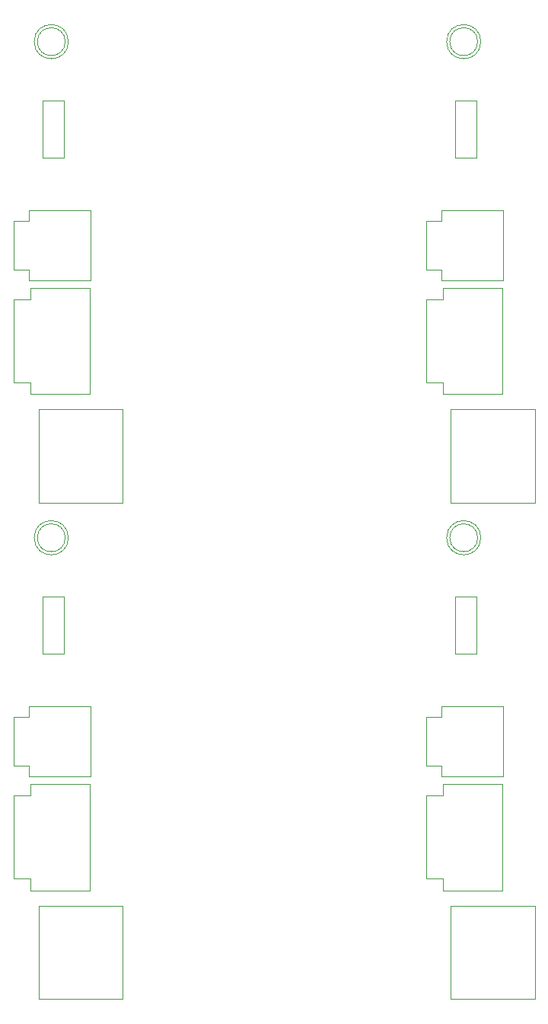
<source format=gbr>
G04*
G04 #@! TF.GenerationSoftware,Altium Limited,Altium Designer,25.4.2 (15)*
G04*
G04 Layer_Color=16711935*
%FSLAX44Y44*%
%MOMM*%
G71*
G04*
G04 #@! TF.SameCoordinates,E50F2220-639C-4698-B7CA-9BFD618F9179*
G04*
G04*
G04 #@! TF.FilePolarity,Positive*
G04*
G01*
G75*
%ADD50C,0.1000*%
D50*
X567249Y800211D02*
G03*
X567249Y800211I-15500J0D01*
G01*
X570749D02*
G03*
X570749Y800211I-19000J0D01*
G01*
X528753Y408360D02*
Y421357D01*
Y408360D02*
X594750D01*
X528753Y513558D02*
Y526560D01*
X594750D01*
X509753Y513558D02*
X528753D01*
X509753Y421357D02*
X528753D01*
X509753D02*
Y513558D01*
X594750Y408360D02*
Y526560D01*
X510250Y547110D02*
Y600710D01*
X527250D02*
Y613210D01*
Y534610D02*
Y547110D01*
X510250D02*
X527250D01*
X510250Y600710D02*
X527250D01*
Y534610D02*
X595250D01*
Y613210D01*
X527250D02*
X595250D01*
X542250Y671460D02*
X566250D01*
X542250D02*
Y734460D01*
X566250Y671460D02*
Y734460D01*
X542250D02*
X566250D01*
X537500Y391460D02*
X631000D01*
X537500Y287460D02*
X631000D01*
X537500D02*
Y391460D01*
X631000Y287460D02*
Y391460D01*
X1026039Y800211D02*
G03*
X1026039Y800211I-15500J0D01*
G01*
X1029539D02*
G03*
X1029539Y800211I-19000J0D01*
G01*
X987543Y408360D02*
Y421357D01*
Y408360D02*
X1053540D01*
X987543Y513558D02*
Y526560D01*
X1053540D01*
X968543Y513558D02*
X987543D01*
X968543Y421357D02*
X987543D01*
X968543D02*
Y513558D01*
X1053540Y408360D02*
Y526560D01*
X969040Y547110D02*
Y600710D01*
X986040D02*
Y613210D01*
Y534610D02*
Y547110D01*
X969040D02*
X986040D01*
X969040Y600710D02*
X986040D01*
Y534610D02*
X1054040D01*
Y613210D01*
X986040D02*
X1054040D01*
X1001040Y671460D02*
X1025040D01*
X1001040D02*
Y734460D01*
X1025040Y671460D02*
Y734460D01*
X1001040D02*
X1025040D01*
X996290Y391460D02*
X1089790D01*
X996290Y287460D02*
X1089790D01*
X996290D02*
Y391460D01*
X1089790Y287460D02*
Y391460D01*
X567249Y1351481D02*
G03*
X567249Y1351481I-15500J0D01*
G01*
X570749D02*
G03*
X570749Y1351481I-19000J0D01*
G01*
X528753Y959630D02*
Y972627D01*
Y959630D02*
X594750D01*
X528753Y1064828D02*
Y1077830D01*
X594750D01*
X509753Y1064828D02*
X528753D01*
X509753Y972627D02*
X528753D01*
X509753D02*
Y1064828D01*
X594750Y959630D02*
Y1077830D01*
X510250Y1098380D02*
Y1151980D01*
X527250D02*
Y1164480D01*
Y1085880D02*
Y1098380D01*
X510250D02*
X527250D01*
X510250Y1151980D02*
X527250D01*
Y1085880D02*
X595250D01*
Y1164480D01*
X527250D02*
X595250D01*
X542250Y1222730D02*
X566250D01*
X542250D02*
Y1285730D01*
X566250Y1222730D02*
Y1285730D01*
X542250D02*
X566250D01*
X537500Y942730D02*
X631000D01*
X537500Y838730D02*
X631000D01*
X537500D02*
Y942730D01*
X631000Y838730D02*
Y942730D01*
X1026039Y1351481D02*
G03*
X1026039Y1351481I-15500J0D01*
G01*
X1029539D02*
G03*
X1029539Y1351481I-19000J0D01*
G01*
X987543Y959630D02*
Y972627D01*
Y959630D02*
X1053540D01*
X987543Y1064828D02*
Y1077830D01*
X1053540D01*
X968543Y1064828D02*
X987543D01*
X968543Y972627D02*
X987543D01*
X968543D02*
Y1064828D01*
X1053540Y959630D02*
Y1077830D01*
X969040Y1098380D02*
Y1151980D01*
X986040D02*
Y1164480D01*
Y1085880D02*
Y1098380D01*
X969040D02*
X986040D01*
X969040Y1151980D02*
X986040D01*
Y1085880D02*
X1054040D01*
Y1164480D01*
X986040D02*
X1054040D01*
X1001040Y1222730D02*
X1025040D01*
X1001040D02*
Y1285730D01*
X1025040Y1222730D02*
Y1285730D01*
X1001040D02*
X1025040D01*
X996290Y942730D02*
X1089790D01*
X996290Y838730D02*
X1089790D01*
X996290D02*
Y942730D01*
X1089790Y838730D02*
Y942730D01*
M02*

</source>
